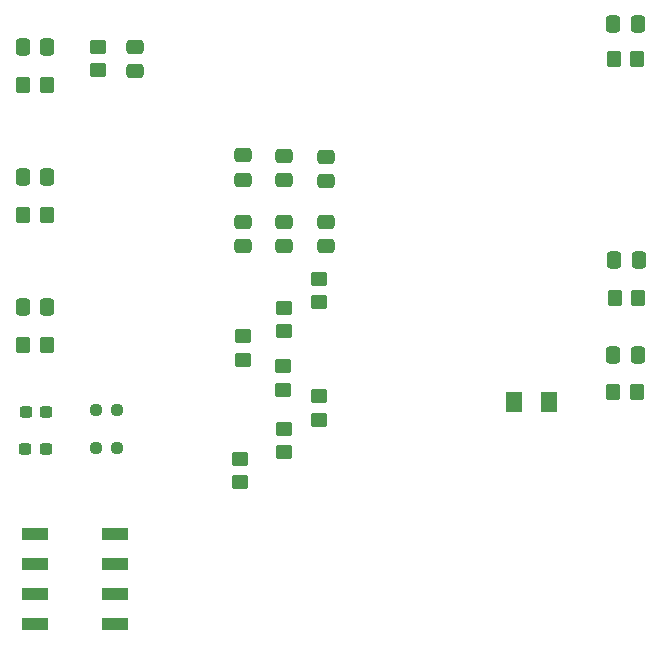
<source format=gbr>
%TF.GenerationSoftware,KiCad,Pcbnew,8.0.4*%
%TF.CreationDate,2025-01-16T20:27:33-05:00*%
%TF.ProjectId,eclipseControlPCB,65636c69-7073-4654-936f-6e74726f6c50,rev?*%
%TF.SameCoordinates,Original*%
%TF.FileFunction,Paste,Top*%
%TF.FilePolarity,Positive*%
%FSLAX46Y46*%
G04 Gerber Fmt 4.6, Leading zero omitted, Abs format (unit mm)*
G04 Created by KiCad (PCBNEW 8.0.4) date 2025-01-16 20:27:33*
%MOMM*%
%LPD*%
G01*
G04 APERTURE LIST*
G04 Aperture macros list*
%AMRoundRect*
0 Rectangle with rounded corners*
0 $1 Rounding radius*
0 $2 $3 $4 $5 $6 $7 $8 $9 X,Y pos of 4 corners*
0 Add a 4 corners polygon primitive as box body*
4,1,4,$2,$3,$4,$5,$6,$7,$8,$9,$2,$3,0*
0 Add four circle primitives for the rounded corners*
1,1,$1+$1,$2,$3*
1,1,$1+$1,$4,$5*
1,1,$1+$1,$6,$7*
1,1,$1+$1,$8,$9*
0 Add four rect primitives between the rounded corners*
20,1,$1+$1,$2,$3,$4,$5,0*
20,1,$1+$1,$4,$5,$6,$7,0*
20,1,$1+$1,$6,$7,$8,$9,0*
20,1,$1+$1,$8,$9,$2,$3,0*%
G04 Aperture macros list end*
%ADD10RoundRect,0.250000X-0.350000X-0.450000X0.350000X-0.450000X0.350000X0.450000X-0.350000X0.450000X0*%
%ADD11RoundRect,0.237500X-0.300000X-0.237500X0.300000X-0.237500X0.300000X0.237500X-0.300000X0.237500X0*%
%ADD12RoundRect,0.250000X0.450000X-0.350000X0.450000X0.350000X-0.450000X0.350000X-0.450000X-0.350000X0*%
%ADD13RoundRect,0.250000X0.475000X-0.337500X0.475000X0.337500X-0.475000X0.337500X-0.475000X-0.337500X0*%
%ADD14RoundRect,0.250000X-0.450000X0.350000X-0.450000X-0.350000X0.450000X-0.350000X0.450000X0.350000X0*%
%ADD15RoundRect,0.250000X-0.337500X-0.475000X0.337500X-0.475000X0.337500X0.475000X-0.337500X0.475000X0*%
%ADD16RoundRect,0.250001X0.462499X0.624999X-0.462499X0.624999X-0.462499X-0.624999X0.462499X-0.624999X0*%
%ADD17RoundRect,0.250000X-0.475000X0.337500X-0.475000X-0.337500X0.475000X-0.337500X0.475000X0.337500X0*%
%ADD18RoundRect,0.250000X0.350000X0.450000X-0.350000X0.450000X-0.350000X-0.450000X0.350000X-0.450000X0*%
%ADD19R,2.160000X1.120000*%
%ADD20RoundRect,0.250000X0.337500X0.475000X-0.337500X0.475000X-0.337500X-0.475000X0.337500X-0.475000X0*%
%ADD21RoundRect,0.237500X0.250000X0.237500X-0.250000X0.237500X-0.250000X-0.237500X0.250000X-0.237500X0*%
G04 APERTURE END LIST*
D10*
%TO.C,R6*%
X30977500Y-32185400D03*
X32977500Y-32185400D03*
%TD*%
D11*
%TO.C,D1*%
X31188300Y-59901200D03*
X32913300Y-59901200D03*
%TD*%
D12*
%TO.C,R15*%
X53010000Y-53021600D03*
X53010000Y-51021600D03*
%TD*%
D13*
%TO.C,C4*%
X56566000Y-45845500D03*
X56566000Y-43770500D03*
%TD*%
D14*
%TO.C,R14*%
X53000000Y-56000000D03*
X53000000Y-58000000D03*
%TD*%
D15*
%TO.C,C9*%
X30925000Y-28985000D03*
X33000000Y-28985000D03*
%TD*%
D10*
%TO.C,R8*%
X30942700Y-43200400D03*
X32942700Y-43200400D03*
%TD*%
D16*
%TO.C,F1*%
X75487500Y-59000000D03*
X72512500Y-59000000D03*
%TD*%
D17*
%TO.C,C3*%
X49606400Y-38131700D03*
X49606400Y-40206700D03*
%TD*%
D14*
%TO.C,R9*%
X37295400Y-28942700D03*
X37295400Y-30942700D03*
%TD*%
D18*
%TO.C,R13*%
X82976800Y-30000000D03*
X80976800Y-30000000D03*
%TD*%
%TO.C,R4*%
X82898400Y-58200400D03*
X80898400Y-58200400D03*
%TD*%
D12*
%TO.C,R5*%
X49555600Y-55460000D03*
X49555600Y-53460000D03*
%TD*%
D13*
%TO.C,C5*%
X53010000Y-45845500D03*
X53010000Y-43770500D03*
%TD*%
D12*
%TO.C,R16*%
X56000000Y-60540000D03*
X56000000Y-58540000D03*
%TD*%
D19*
%TO.C,SW1*%
X32000000Y-70190000D03*
X32000000Y-72730000D03*
X32000000Y-75270000D03*
X32000000Y-77810000D03*
X38730000Y-77810000D03*
X38730000Y-75270000D03*
X38730000Y-72730000D03*
X38730000Y-70190000D03*
%TD*%
D13*
%TO.C,C6*%
X49606400Y-45816200D03*
X49606400Y-43741200D03*
%TD*%
D20*
%TO.C,C12*%
X83000000Y-27000000D03*
X80925000Y-27000000D03*
%TD*%
D12*
%TO.C,R10*%
X56000000Y-50583200D03*
X56000000Y-48583200D03*
%TD*%
%TO.C,R12*%
X53010000Y-63283200D03*
X53010000Y-61283200D03*
%TD*%
D10*
%TO.C,R3*%
X30977500Y-54149600D03*
X32977500Y-54149600D03*
%TD*%
D15*
%TO.C,C10*%
X30925000Y-40000000D03*
X33000000Y-40000000D03*
%TD*%
D21*
%TO.C,R2*%
X38934700Y-62901200D03*
X37109700Y-62901200D03*
%TD*%
D17*
%TO.C,C1*%
X56566000Y-38233300D03*
X56566000Y-40308300D03*
%TD*%
D11*
%TO.C,D2*%
X31137500Y-63000000D03*
X32862500Y-63000000D03*
%TD*%
D17*
%TO.C,C2*%
X53010000Y-38182500D03*
X53010000Y-40257500D03*
%TD*%
D18*
%TO.C,R7*%
X83037500Y-50251200D03*
X81037500Y-50251200D03*
%TD*%
D21*
%TO.C,R1*%
X38925700Y-59700800D03*
X37100700Y-59700800D03*
%TD*%
D12*
%TO.C,R11*%
X49352400Y-65823200D03*
X49352400Y-63823200D03*
%TD*%
D17*
%TO.C,C13*%
X40445000Y-28925000D03*
X40445000Y-31000000D03*
%TD*%
D20*
%TO.C,C11*%
X83075000Y-47000000D03*
X81000000Y-47000000D03*
%TD*%
%TO.C,C8*%
X83000000Y-55000000D03*
X80925000Y-55000000D03*
%TD*%
D15*
%TO.C,C7*%
X30925000Y-51000000D03*
X33000000Y-51000000D03*
%TD*%
M02*

</source>
